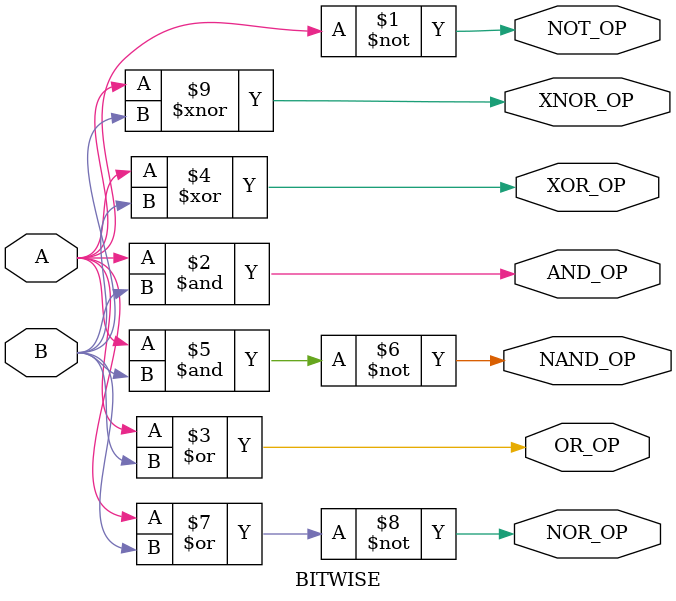
<source format=v>
module BITWISE(input A,
input B,
output NOT_OP,
output AND_OP,
output OR_OP,
output XOR_OP,
output NAND_OP,
output NOR_OP,
output XNOR_OP);
	assign NOT_OP=~A;
	assign AND_OP=A&B;
	assign OR_OP=A|B;
	assign XOR_OP=A^B;
	assign NAND_OP=~(A&B);
	assign NOR_OP=~(A|B);
	assign XNOR_OP=(A^~B);
endmodule
</source>
